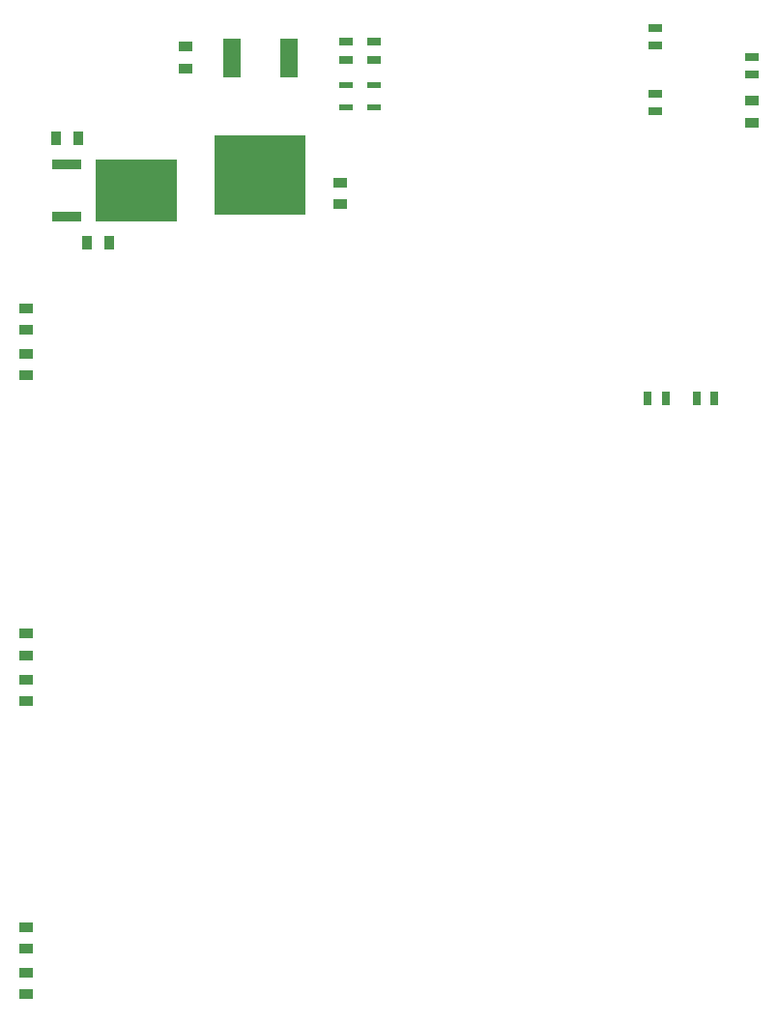
<source format=gtp>
G04*
G04 #@! TF.GenerationSoftware,Altium Limited,Altium Designer,19.0.12 (326)*
G04*
G04 Layer_Color=8421504*
%FSLAX44Y44*%
%MOMM*%
G71*
G01*
G75*
%ADD13R,1.3000X0.9000*%
%ADD14R,7.1000X5.5000*%
%ADD15R,2.6000X0.9500*%
%ADD16R,0.9000X1.3000*%
%ADD17R,8.0000X7.0000*%
%ADD18R,1.6000X3.5000*%
%ADD19R,1.3000X0.7000*%
%ADD20R,1.2000X0.5000*%
%ADD21R,0.7000X1.3000*%
D13*
X295000Y694500D02*
D03*
Y675500D02*
D03*
Y635500D02*
D03*
Y654500D02*
D03*
X435000Y923500D02*
D03*
Y904500D02*
D03*
X570000Y804500D02*
D03*
Y785500D02*
D03*
X295000Y350500D02*
D03*
Y369500D02*
D03*
X294894Y152654D02*
D03*
Y133654D02*
D03*
Y93654D02*
D03*
Y112654D02*
D03*
X930910Y876250D02*
D03*
Y857250D02*
D03*
X295000Y390500D02*
D03*
Y409500D02*
D03*
D14*
X391382Y797560D02*
D03*
D15*
X330882Y774760D02*
D03*
Y820360D02*
D03*
D16*
X348640Y751840D02*
D03*
X367640D02*
D03*
X321360Y843280D02*
D03*
X340360D02*
D03*
D17*
X500000Y811000D02*
D03*
D18*
X475000Y914000D02*
D03*
X525000D02*
D03*
D19*
X575000Y927750D02*
D03*
Y912250D02*
D03*
X600000Y927750D02*
D03*
Y912250D02*
D03*
X930910Y898900D02*
D03*
Y914400D02*
D03*
X845900Y924500D02*
D03*
Y940000D02*
D03*
Y882650D02*
D03*
Y867150D02*
D03*
D20*
X600000Y889500D02*
D03*
Y870500D02*
D03*
X575000Y889500D02*
D03*
Y870500D02*
D03*
D21*
X839600Y615950D02*
D03*
X855100D02*
D03*
X882650D02*
D03*
X898150D02*
D03*
M02*

</source>
